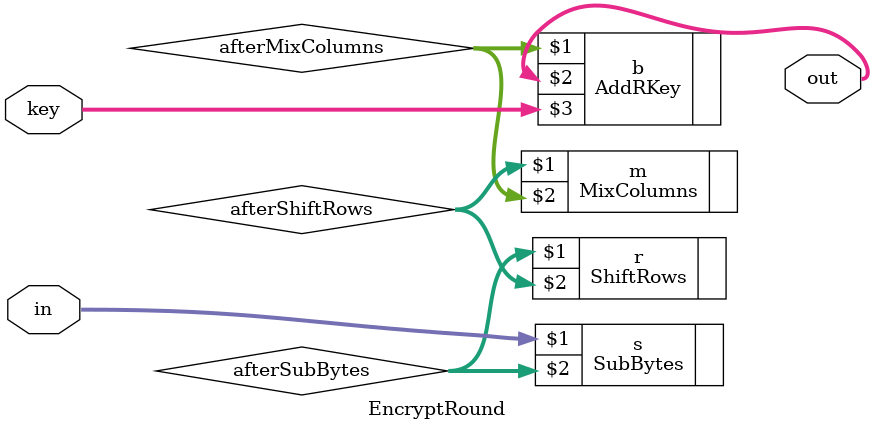
<source format=v>
module EncryptRound(
  input [127:0] in,
  input [127:0] key,
  output [127:0] out
);
  wire [127:0] afterSubBytes;
  wire [127:0] afterShiftRows;
  wire [127:0] afterMixColumns;
  wire [127:0] afterAddroundKey;

  // SubBytes operation
  SubBytes s(in, afterSubBytes);
  
  // ShiftRows operation
  ShiftRows r(afterSubBytes, afterShiftRows);
  
  // MixColumns operation
  MixColumns m(afterShiftRows, afterMixColumns);
  
  // AddRoundKey operation
  AddRKey b(afterMixColumns, out, key);
		
endmodule

</source>
